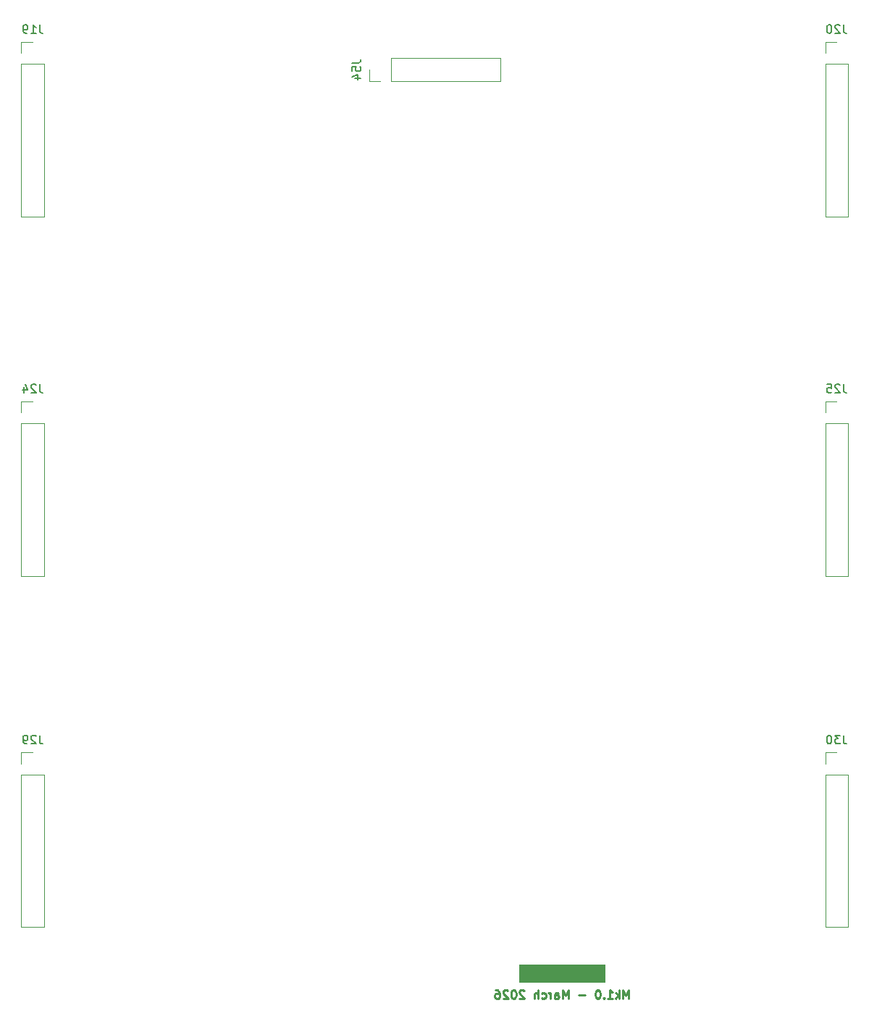
<source format=gbo>
%TF.GenerationSoftware,KiCad,Pcbnew,9.0.7*%
%TF.CreationDate,2026-02-21T19:23:01+01:00*%
%TF.ProjectId,DMH_VCLFO_v2_PCB_Controls,444d485f-5643-44c4-964f-5f76325f5043,1*%
%TF.SameCoordinates,Original*%
%TF.FileFunction,Legend,Bot*%
%TF.FilePolarity,Positive*%
%FSLAX46Y46*%
G04 Gerber Fmt 4.6, Leading zero omitted, Abs format (unit mm)*
G04 Created by KiCad (PCBNEW 9.0.7) date 2026-02-21 19:23:01*
%MOMM*%
%LPD*%
G01*
G04 APERTURE LIST*
%ADD10C,0.100000*%
%ADD11C,0.250000*%
%ADD12C,0.150000*%
%ADD13C,0.120000*%
%ADD14C,1.600000*%
%ADD15C,2.800000*%
%ADD16R,1.800000X1.800000*%
%ADD17C,1.800000*%
%ADD18R,1.500000X1.500000*%
%ADD19C,1.500000*%
%ADD20O,2.720000X3.240000*%
%ADD21C,1.440000*%
%ADD22R,1.700000X1.700000*%
%ADD23C,1.700000*%
G04 APERTURE END LIST*
D10*
X109900000Y-158500000D02*
X119900000Y-158500000D01*
X119900000Y-160500000D01*
X109900000Y-160500000D01*
X109900000Y-158500000D01*
G36*
X109900000Y-158500000D02*
G01*
X119900000Y-158500000D01*
X119900000Y-160500000D01*
X109900000Y-160500000D01*
X109900000Y-158500000D01*
G37*
D11*
X122709523Y-162449619D02*
X122709523Y-161449619D01*
X122709523Y-161449619D02*
X122376190Y-162163904D01*
X122376190Y-162163904D02*
X122042857Y-161449619D01*
X122042857Y-161449619D02*
X122042857Y-162449619D01*
X121566666Y-162449619D02*
X121566666Y-161449619D01*
X121471428Y-162068666D02*
X121185714Y-162449619D01*
X121185714Y-161782952D02*
X121566666Y-162163904D01*
X120233333Y-162449619D02*
X120804761Y-162449619D01*
X120519047Y-162449619D02*
X120519047Y-161449619D01*
X120519047Y-161449619D02*
X120614285Y-161592476D01*
X120614285Y-161592476D02*
X120709523Y-161687714D01*
X120709523Y-161687714D02*
X120804761Y-161735333D01*
X119804761Y-162354380D02*
X119757142Y-162402000D01*
X119757142Y-162402000D02*
X119804761Y-162449619D01*
X119804761Y-162449619D02*
X119852380Y-162402000D01*
X119852380Y-162402000D02*
X119804761Y-162354380D01*
X119804761Y-162354380D02*
X119804761Y-162449619D01*
X119138095Y-161449619D02*
X119042857Y-161449619D01*
X119042857Y-161449619D02*
X118947619Y-161497238D01*
X118947619Y-161497238D02*
X118900000Y-161544857D01*
X118900000Y-161544857D02*
X118852381Y-161640095D01*
X118852381Y-161640095D02*
X118804762Y-161830571D01*
X118804762Y-161830571D02*
X118804762Y-162068666D01*
X118804762Y-162068666D02*
X118852381Y-162259142D01*
X118852381Y-162259142D02*
X118900000Y-162354380D01*
X118900000Y-162354380D02*
X118947619Y-162402000D01*
X118947619Y-162402000D02*
X119042857Y-162449619D01*
X119042857Y-162449619D02*
X119138095Y-162449619D01*
X119138095Y-162449619D02*
X119233333Y-162402000D01*
X119233333Y-162402000D02*
X119280952Y-162354380D01*
X119280952Y-162354380D02*
X119328571Y-162259142D01*
X119328571Y-162259142D02*
X119376190Y-162068666D01*
X119376190Y-162068666D02*
X119376190Y-161830571D01*
X119376190Y-161830571D02*
X119328571Y-161640095D01*
X119328571Y-161640095D02*
X119280952Y-161544857D01*
X119280952Y-161544857D02*
X119233333Y-161497238D01*
X119233333Y-161497238D02*
X119138095Y-161449619D01*
X117614285Y-162068666D02*
X116852381Y-162068666D01*
X115614285Y-162449619D02*
X115614285Y-161449619D01*
X115614285Y-161449619D02*
X115280952Y-162163904D01*
X115280952Y-162163904D02*
X114947619Y-161449619D01*
X114947619Y-161449619D02*
X114947619Y-162449619D01*
X114042857Y-162449619D02*
X114042857Y-161925809D01*
X114042857Y-161925809D02*
X114090476Y-161830571D01*
X114090476Y-161830571D02*
X114185714Y-161782952D01*
X114185714Y-161782952D02*
X114376190Y-161782952D01*
X114376190Y-161782952D02*
X114471428Y-161830571D01*
X114042857Y-162402000D02*
X114138095Y-162449619D01*
X114138095Y-162449619D02*
X114376190Y-162449619D01*
X114376190Y-162449619D02*
X114471428Y-162402000D01*
X114471428Y-162402000D02*
X114519047Y-162306761D01*
X114519047Y-162306761D02*
X114519047Y-162211523D01*
X114519047Y-162211523D02*
X114471428Y-162116285D01*
X114471428Y-162116285D02*
X114376190Y-162068666D01*
X114376190Y-162068666D02*
X114138095Y-162068666D01*
X114138095Y-162068666D02*
X114042857Y-162021047D01*
X113566666Y-162449619D02*
X113566666Y-161782952D01*
X113566666Y-161973428D02*
X113519047Y-161878190D01*
X113519047Y-161878190D02*
X113471428Y-161830571D01*
X113471428Y-161830571D02*
X113376190Y-161782952D01*
X113376190Y-161782952D02*
X113280952Y-161782952D01*
X112519047Y-162402000D02*
X112614285Y-162449619D01*
X112614285Y-162449619D02*
X112804761Y-162449619D01*
X112804761Y-162449619D02*
X112899999Y-162402000D01*
X112899999Y-162402000D02*
X112947618Y-162354380D01*
X112947618Y-162354380D02*
X112995237Y-162259142D01*
X112995237Y-162259142D02*
X112995237Y-161973428D01*
X112995237Y-161973428D02*
X112947618Y-161878190D01*
X112947618Y-161878190D02*
X112899999Y-161830571D01*
X112899999Y-161830571D02*
X112804761Y-161782952D01*
X112804761Y-161782952D02*
X112614285Y-161782952D01*
X112614285Y-161782952D02*
X112519047Y-161830571D01*
X112090475Y-162449619D02*
X112090475Y-161449619D01*
X111661904Y-162449619D02*
X111661904Y-161925809D01*
X111661904Y-161925809D02*
X111709523Y-161830571D01*
X111709523Y-161830571D02*
X111804761Y-161782952D01*
X111804761Y-161782952D02*
X111947618Y-161782952D01*
X111947618Y-161782952D02*
X112042856Y-161830571D01*
X112042856Y-161830571D02*
X112090475Y-161878190D01*
X110471427Y-161544857D02*
X110423808Y-161497238D01*
X110423808Y-161497238D02*
X110328570Y-161449619D01*
X110328570Y-161449619D02*
X110090475Y-161449619D01*
X110090475Y-161449619D02*
X109995237Y-161497238D01*
X109995237Y-161497238D02*
X109947618Y-161544857D01*
X109947618Y-161544857D02*
X109899999Y-161640095D01*
X109899999Y-161640095D02*
X109899999Y-161735333D01*
X109899999Y-161735333D02*
X109947618Y-161878190D01*
X109947618Y-161878190D02*
X110519046Y-162449619D01*
X110519046Y-162449619D02*
X109899999Y-162449619D01*
X109280951Y-161449619D02*
X109185713Y-161449619D01*
X109185713Y-161449619D02*
X109090475Y-161497238D01*
X109090475Y-161497238D02*
X109042856Y-161544857D01*
X109042856Y-161544857D02*
X108995237Y-161640095D01*
X108995237Y-161640095D02*
X108947618Y-161830571D01*
X108947618Y-161830571D02*
X108947618Y-162068666D01*
X108947618Y-162068666D02*
X108995237Y-162259142D01*
X108995237Y-162259142D02*
X109042856Y-162354380D01*
X109042856Y-162354380D02*
X109090475Y-162402000D01*
X109090475Y-162402000D02*
X109185713Y-162449619D01*
X109185713Y-162449619D02*
X109280951Y-162449619D01*
X109280951Y-162449619D02*
X109376189Y-162402000D01*
X109376189Y-162402000D02*
X109423808Y-162354380D01*
X109423808Y-162354380D02*
X109471427Y-162259142D01*
X109471427Y-162259142D02*
X109519046Y-162068666D01*
X109519046Y-162068666D02*
X109519046Y-161830571D01*
X109519046Y-161830571D02*
X109471427Y-161640095D01*
X109471427Y-161640095D02*
X109423808Y-161544857D01*
X109423808Y-161544857D02*
X109376189Y-161497238D01*
X109376189Y-161497238D02*
X109280951Y-161449619D01*
X108566665Y-161544857D02*
X108519046Y-161497238D01*
X108519046Y-161497238D02*
X108423808Y-161449619D01*
X108423808Y-161449619D02*
X108185713Y-161449619D01*
X108185713Y-161449619D02*
X108090475Y-161497238D01*
X108090475Y-161497238D02*
X108042856Y-161544857D01*
X108042856Y-161544857D02*
X107995237Y-161640095D01*
X107995237Y-161640095D02*
X107995237Y-161735333D01*
X107995237Y-161735333D02*
X108042856Y-161878190D01*
X108042856Y-161878190D02*
X108614284Y-162449619D01*
X108614284Y-162449619D02*
X107995237Y-162449619D01*
X107138094Y-161449619D02*
X107328570Y-161449619D01*
X107328570Y-161449619D02*
X107423808Y-161497238D01*
X107423808Y-161497238D02*
X107471427Y-161544857D01*
X107471427Y-161544857D02*
X107566665Y-161687714D01*
X107566665Y-161687714D02*
X107614284Y-161878190D01*
X107614284Y-161878190D02*
X107614284Y-162259142D01*
X107614284Y-162259142D02*
X107566665Y-162354380D01*
X107566665Y-162354380D02*
X107519046Y-162402000D01*
X107519046Y-162402000D02*
X107423808Y-162449619D01*
X107423808Y-162449619D02*
X107233332Y-162449619D01*
X107233332Y-162449619D02*
X107138094Y-162402000D01*
X107138094Y-162402000D02*
X107090475Y-162354380D01*
X107090475Y-162354380D02*
X107042856Y-162259142D01*
X107042856Y-162259142D02*
X107042856Y-162021047D01*
X107042856Y-162021047D02*
X107090475Y-161925809D01*
X107090475Y-161925809D02*
X107138094Y-161878190D01*
X107138094Y-161878190D02*
X107233332Y-161830571D01*
X107233332Y-161830571D02*
X107423808Y-161830571D01*
X107423808Y-161830571D02*
X107519046Y-161878190D01*
X107519046Y-161878190D02*
X107566665Y-161925809D01*
X107566665Y-161925809D02*
X107614284Y-162021047D01*
D12*
X53809523Y-48684819D02*
X53809523Y-49399104D01*
X53809523Y-49399104D02*
X53857142Y-49541961D01*
X53857142Y-49541961D02*
X53952380Y-49637200D01*
X53952380Y-49637200D02*
X54095237Y-49684819D01*
X54095237Y-49684819D02*
X54190475Y-49684819D01*
X52809523Y-49684819D02*
X53380951Y-49684819D01*
X53095237Y-49684819D02*
X53095237Y-48684819D01*
X53095237Y-48684819D02*
X53190475Y-48827676D01*
X53190475Y-48827676D02*
X53285713Y-48922914D01*
X53285713Y-48922914D02*
X53380951Y-48970533D01*
X52333332Y-49684819D02*
X52142856Y-49684819D01*
X52142856Y-49684819D02*
X52047618Y-49637200D01*
X52047618Y-49637200D02*
X51999999Y-49589580D01*
X51999999Y-49589580D02*
X51904761Y-49446723D01*
X51904761Y-49446723D02*
X51857142Y-49256247D01*
X51857142Y-49256247D02*
X51857142Y-48875295D01*
X51857142Y-48875295D02*
X51904761Y-48780057D01*
X51904761Y-48780057D02*
X51952380Y-48732438D01*
X51952380Y-48732438D02*
X52047618Y-48684819D01*
X52047618Y-48684819D02*
X52238094Y-48684819D01*
X52238094Y-48684819D02*
X52333332Y-48732438D01*
X52333332Y-48732438D02*
X52380951Y-48780057D01*
X52380951Y-48780057D02*
X52428570Y-48875295D01*
X52428570Y-48875295D02*
X52428570Y-49113390D01*
X52428570Y-49113390D02*
X52380951Y-49208628D01*
X52380951Y-49208628D02*
X52333332Y-49256247D01*
X52333332Y-49256247D02*
X52238094Y-49303866D01*
X52238094Y-49303866D02*
X52047618Y-49303866D01*
X52047618Y-49303866D02*
X51952380Y-49256247D01*
X51952380Y-49256247D02*
X51904761Y-49208628D01*
X51904761Y-49208628D02*
X51857142Y-49113390D01*
X53809523Y-131684819D02*
X53809523Y-132399104D01*
X53809523Y-132399104D02*
X53857142Y-132541961D01*
X53857142Y-132541961D02*
X53952380Y-132637200D01*
X53952380Y-132637200D02*
X54095237Y-132684819D01*
X54095237Y-132684819D02*
X54190475Y-132684819D01*
X53380951Y-131780057D02*
X53333332Y-131732438D01*
X53333332Y-131732438D02*
X53238094Y-131684819D01*
X53238094Y-131684819D02*
X52999999Y-131684819D01*
X52999999Y-131684819D02*
X52904761Y-131732438D01*
X52904761Y-131732438D02*
X52857142Y-131780057D01*
X52857142Y-131780057D02*
X52809523Y-131875295D01*
X52809523Y-131875295D02*
X52809523Y-131970533D01*
X52809523Y-131970533D02*
X52857142Y-132113390D01*
X52857142Y-132113390D02*
X53428570Y-132684819D01*
X53428570Y-132684819D02*
X52809523Y-132684819D01*
X52333332Y-132684819D02*
X52142856Y-132684819D01*
X52142856Y-132684819D02*
X52047618Y-132637200D01*
X52047618Y-132637200D02*
X51999999Y-132589580D01*
X51999999Y-132589580D02*
X51904761Y-132446723D01*
X51904761Y-132446723D02*
X51857142Y-132256247D01*
X51857142Y-132256247D02*
X51857142Y-131875295D01*
X51857142Y-131875295D02*
X51904761Y-131780057D01*
X51904761Y-131780057D02*
X51952380Y-131732438D01*
X51952380Y-131732438D02*
X52047618Y-131684819D01*
X52047618Y-131684819D02*
X52238094Y-131684819D01*
X52238094Y-131684819D02*
X52333332Y-131732438D01*
X52333332Y-131732438D02*
X52380951Y-131780057D01*
X52380951Y-131780057D02*
X52428570Y-131875295D01*
X52428570Y-131875295D02*
X52428570Y-132113390D01*
X52428570Y-132113390D02*
X52380951Y-132208628D01*
X52380951Y-132208628D02*
X52333332Y-132256247D01*
X52333332Y-132256247D02*
X52238094Y-132303866D01*
X52238094Y-132303866D02*
X52047618Y-132303866D01*
X52047618Y-132303866D02*
X51952380Y-132256247D01*
X51952380Y-132256247D02*
X51904761Y-132208628D01*
X51904761Y-132208628D02*
X51857142Y-132113390D01*
X53809523Y-90684819D02*
X53809523Y-91399104D01*
X53809523Y-91399104D02*
X53857142Y-91541961D01*
X53857142Y-91541961D02*
X53952380Y-91637200D01*
X53952380Y-91637200D02*
X54095237Y-91684819D01*
X54095237Y-91684819D02*
X54190475Y-91684819D01*
X53380951Y-90780057D02*
X53333332Y-90732438D01*
X53333332Y-90732438D02*
X53238094Y-90684819D01*
X53238094Y-90684819D02*
X52999999Y-90684819D01*
X52999999Y-90684819D02*
X52904761Y-90732438D01*
X52904761Y-90732438D02*
X52857142Y-90780057D01*
X52857142Y-90780057D02*
X52809523Y-90875295D01*
X52809523Y-90875295D02*
X52809523Y-90970533D01*
X52809523Y-90970533D02*
X52857142Y-91113390D01*
X52857142Y-91113390D02*
X53428570Y-91684819D01*
X53428570Y-91684819D02*
X52809523Y-91684819D01*
X51952380Y-91018152D02*
X51952380Y-91684819D01*
X52190475Y-90637200D02*
X52428570Y-91351485D01*
X52428570Y-91351485D02*
X51809523Y-91351485D01*
X90359819Y-53115476D02*
X91074104Y-53115476D01*
X91074104Y-53115476D02*
X91216961Y-53067857D01*
X91216961Y-53067857D02*
X91312200Y-52972619D01*
X91312200Y-52972619D02*
X91359819Y-52829762D01*
X91359819Y-52829762D02*
X91359819Y-52734524D01*
X90359819Y-54067857D02*
X90359819Y-53591667D01*
X90359819Y-53591667D02*
X90836009Y-53544048D01*
X90836009Y-53544048D02*
X90788390Y-53591667D01*
X90788390Y-53591667D02*
X90740771Y-53686905D01*
X90740771Y-53686905D02*
X90740771Y-53925000D01*
X90740771Y-53925000D02*
X90788390Y-54020238D01*
X90788390Y-54020238D02*
X90836009Y-54067857D01*
X90836009Y-54067857D02*
X90931247Y-54115476D01*
X90931247Y-54115476D02*
X91169342Y-54115476D01*
X91169342Y-54115476D02*
X91264580Y-54067857D01*
X91264580Y-54067857D02*
X91312200Y-54020238D01*
X91312200Y-54020238D02*
X91359819Y-53925000D01*
X91359819Y-53925000D02*
X91359819Y-53686905D01*
X91359819Y-53686905D02*
X91312200Y-53591667D01*
X91312200Y-53591667D02*
X91264580Y-53544048D01*
X90693152Y-54972619D02*
X91359819Y-54972619D01*
X90312200Y-54734524D02*
X91026485Y-54496429D01*
X91026485Y-54496429D02*
X91026485Y-55115476D01*
X147809523Y-48684819D02*
X147809523Y-49399104D01*
X147809523Y-49399104D02*
X147857142Y-49541961D01*
X147857142Y-49541961D02*
X147952380Y-49637200D01*
X147952380Y-49637200D02*
X148095237Y-49684819D01*
X148095237Y-49684819D02*
X148190475Y-49684819D01*
X147380951Y-48780057D02*
X147333332Y-48732438D01*
X147333332Y-48732438D02*
X147238094Y-48684819D01*
X147238094Y-48684819D02*
X146999999Y-48684819D01*
X146999999Y-48684819D02*
X146904761Y-48732438D01*
X146904761Y-48732438D02*
X146857142Y-48780057D01*
X146857142Y-48780057D02*
X146809523Y-48875295D01*
X146809523Y-48875295D02*
X146809523Y-48970533D01*
X146809523Y-48970533D02*
X146857142Y-49113390D01*
X146857142Y-49113390D02*
X147428570Y-49684819D01*
X147428570Y-49684819D02*
X146809523Y-49684819D01*
X146190475Y-48684819D02*
X146095237Y-48684819D01*
X146095237Y-48684819D02*
X145999999Y-48732438D01*
X145999999Y-48732438D02*
X145952380Y-48780057D01*
X145952380Y-48780057D02*
X145904761Y-48875295D01*
X145904761Y-48875295D02*
X145857142Y-49065771D01*
X145857142Y-49065771D02*
X145857142Y-49303866D01*
X145857142Y-49303866D02*
X145904761Y-49494342D01*
X145904761Y-49494342D02*
X145952380Y-49589580D01*
X145952380Y-49589580D02*
X145999999Y-49637200D01*
X145999999Y-49637200D02*
X146095237Y-49684819D01*
X146095237Y-49684819D02*
X146190475Y-49684819D01*
X146190475Y-49684819D02*
X146285713Y-49637200D01*
X146285713Y-49637200D02*
X146333332Y-49589580D01*
X146333332Y-49589580D02*
X146380951Y-49494342D01*
X146380951Y-49494342D02*
X146428570Y-49303866D01*
X146428570Y-49303866D02*
X146428570Y-49065771D01*
X146428570Y-49065771D02*
X146380951Y-48875295D01*
X146380951Y-48875295D02*
X146333332Y-48780057D01*
X146333332Y-48780057D02*
X146285713Y-48732438D01*
X146285713Y-48732438D02*
X146190475Y-48684819D01*
X147809523Y-90684819D02*
X147809523Y-91399104D01*
X147809523Y-91399104D02*
X147857142Y-91541961D01*
X147857142Y-91541961D02*
X147952380Y-91637200D01*
X147952380Y-91637200D02*
X148095237Y-91684819D01*
X148095237Y-91684819D02*
X148190475Y-91684819D01*
X147380951Y-90780057D02*
X147333332Y-90732438D01*
X147333332Y-90732438D02*
X147238094Y-90684819D01*
X147238094Y-90684819D02*
X146999999Y-90684819D01*
X146999999Y-90684819D02*
X146904761Y-90732438D01*
X146904761Y-90732438D02*
X146857142Y-90780057D01*
X146857142Y-90780057D02*
X146809523Y-90875295D01*
X146809523Y-90875295D02*
X146809523Y-90970533D01*
X146809523Y-90970533D02*
X146857142Y-91113390D01*
X146857142Y-91113390D02*
X147428570Y-91684819D01*
X147428570Y-91684819D02*
X146809523Y-91684819D01*
X145904761Y-90684819D02*
X146380951Y-90684819D01*
X146380951Y-90684819D02*
X146428570Y-91161009D01*
X146428570Y-91161009D02*
X146380951Y-91113390D01*
X146380951Y-91113390D02*
X146285713Y-91065771D01*
X146285713Y-91065771D02*
X146047618Y-91065771D01*
X146047618Y-91065771D02*
X145952380Y-91113390D01*
X145952380Y-91113390D02*
X145904761Y-91161009D01*
X145904761Y-91161009D02*
X145857142Y-91256247D01*
X145857142Y-91256247D02*
X145857142Y-91494342D01*
X145857142Y-91494342D02*
X145904761Y-91589580D01*
X145904761Y-91589580D02*
X145952380Y-91637200D01*
X145952380Y-91637200D02*
X146047618Y-91684819D01*
X146047618Y-91684819D02*
X146285713Y-91684819D01*
X146285713Y-91684819D02*
X146380951Y-91637200D01*
X146380951Y-91637200D02*
X146428570Y-91589580D01*
X147809523Y-131684819D02*
X147809523Y-132399104D01*
X147809523Y-132399104D02*
X147857142Y-132541961D01*
X147857142Y-132541961D02*
X147952380Y-132637200D01*
X147952380Y-132637200D02*
X148095237Y-132684819D01*
X148095237Y-132684819D02*
X148190475Y-132684819D01*
X147428570Y-131684819D02*
X146809523Y-131684819D01*
X146809523Y-131684819D02*
X147142856Y-132065771D01*
X147142856Y-132065771D02*
X146999999Y-132065771D01*
X146999999Y-132065771D02*
X146904761Y-132113390D01*
X146904761Y-132113390D02*
X146857142Y-132161009D01*
X146857142Y-132161009D02*
X146809523Y-132256247D01*
X146809523Y-132256247D02*
X146809523Y-132494342D01*
X146809523Y-132494342D02*
X146857142Y-132589580D01*
X146857142Y-132589580D02*
X146904761Y-132637200D01*
X146904761Y-132637200D02*
X146999999Y-132684819D01*
X146999999Y-132684819D02*
X147285713Y-132684819D01*
X147285713Y-132684819D02*
X147380951Y-132637200D01*
X147380951Y-132637200D02*
X147428570Y-132589580D01*
X146190475Y-131684819D02*
X146095237Y-131684819D01*
X146095237Y-131684819D02*
X145999999Y-131732438D01*
X145999999Y-131732438D02*
X145952380Y-131780057D01*
X145952380Y-131780057D02*
X145904761Y-131875295D01*
X145904761Y-131875295D02*
X145857142Y-132065771D01*
X145857142Y-132065771D02*
X145857142Y-132303866D01*
X145857142Y-132303866D02*
X145904761Y-132494342D01*
X145904761Y-132494342D02*
X145952380Y-132589580D01*
X145952380Y-132589580D02*
X145999999Y-132637200D01*
X145999999Y-132637200D02*
X146095237Y-132684819D01*
X146095237Y-132684819D02*
X146190475Y-132684819D01*
X146190475Y-132684819D02*
X146285713Y-132637200D01*
X146285713Y-132637200D02*
X146333332Y-132589580D01*
X146333332Y-132589580D02*
X146380951Y-132494342D01*
X146380951Y-132494342D02*
X146428570Y-132303866D01*
X146428570Y-132303866D02*
X146428570Y-132065771D01*
X146428570Y-132065771D02*
X146380951Y-131875295D01*
X146380951Y-131875295D02*
X146333332Y-131780057D01*
X146333332Y-131780057D02*
X146285713Y-131732438D01*
X146285713Y-131732438D02*
X146190475Y-131684819D01*
D13*
%TO.C,J19*%
X51670000Y-50670000D02*
X51670000Y-52000000D01*
X51670000Y-53270000D02*
X51670000Y-71110000D01*
X53000000Y-50670000D02*
X51670000Y-50670000D01*
X54330000Y-53270000D02*
X51670000Y-53270000D01*
X54330000Y-53270000D02*
X54330000Y-71110000D01*
X54330000Y-71110000D02*
X51670000Y-71110000D01*
%TO.C,J29*%
X51670000Y-133670000D02*
X51670000Y-135000000D01*
X51670000Y-136270000D02*
X51670000Y-154110000D01*
X53000000Y-133670000D02*
X51670000Y-133670000D01*
X54330000Y-136270000D02*
X51670000Y-136270000D01*
X54330000Y-136270000D02*
X54330000Y-154110000D01*
X54330000Y-154110000D02*
X51670000Y-154110000D01*
%TO.C,J24*%
X51670000Y-92670000D02*
X51670000Y-94000000D01*
X51670000Y-95270000D02*
X51670000Y-113110000D01*
X53000000Y-92670000D02*
X51670000Y-92670000D01*
X54330000Y-95270000D02*
X51670000Y-95270000D01*
X54330000Y-95270000D02*
X54330000Y-113110000D01*
X54330000Y-113110000D02*
X51670000Y-113110000D01*
%TO.C,J54*%
X92345000Y-53925000D02*
X92345000Y-55255000D01*
X92345000Y-55255000D02*
X93675000Y-55255000D01*
X94945000Y-52595000D02*
X94945000Y-55255000D01*
X94945000Y-52595000D02*
X107705000Y-52595000D01*
X94945000Y-55255000D02*
X107705000Y-55255000D01*
X107705000Y-52595000D02*
X107705000Y-55255000D01*
%TO.C,J20*%
X145670000Y-50670000D02*
X145670000Y-52000000D01*
X145670000Y-53270000D02*
X145670000Y-71110000D01*
X147000000Y-50670000D02*
X145670000Y-50670000D01*
X148330000Y-53270000D02*
X145670000Y-53270000D01*
X148330000Y-53270000D02*
X148330000Y-71110000D01*
X148330000Y-71110000D02*
X145670000Y-71110000D01*
%TO.C,J25*%
X145670000Y-92670000D02*
X145670000Y-94000000D01*
X145670000Y-95270000D02*
X145670000Y-113110000D01*
X147000000Y-92670000D02*
X145670000Y-92670000D01*
X148330000Y-95270000D02*
X145670000Y-95270000D01*
X148330000Y-95270000D02*
X148330000Y-113110000D01*
X148330000Y-113110000D02*
X145670000Y-113110000D01*
%TO.C,J30*%
X145670000Y-133670000D02*
X145670000Y-135000000D01*
X145670000Y-136270000D02*
X145670000Y-154110000D01*
X147000000Y-133670000D02*
X145670000Y-133670000D01*
X148330000Y-136270000D02*
X145670000Y-136270000D01*
X148330000Y-136270000D02*
X148330000Y-154110000D01*
X148330000Y-154110000D02*
X145670000Y-154110000D01*
%TD*%
%LPC*%
D14*
%TO.C,R28*%
X96290000Y-119000000D03*
X103910000Y-119000000D03*
%TD*%
%TO.C,R9*%
X66590000Y-45900000D03*
X74210000Y-45900000D03*
%TD*%
D15*
%TO.C,SW2*%
X124750000Y-56450000D03*
X124750000Y-51750000D03*
X124750000Y-47050000D03*
%TD*%
D16*
%TO.C,D3*%
X80480000Y-114000000D03*
D17*
X83020000Y-114000000D03*
%TD*%
D14*
%TO.C,R49*%
X78390000Y-133700000D03*
X86010000Y-133700000D03*
%TD*%
%TO.C,R32*%
X78390000Y-92400000D03*
X86010000Y-92400000D03*
%TD*%
%TO.C,R29*%
X66590000Y-92300000D03*
X74210000Y-92300000D03*
%TD*%
%TO.C,R16*%
X78390000Y-45900000D03*
X86010000Y-45900000D03*
%TD*%
D16*
%TO.C,D1*%
X80480000Y-72500000D03*
D17*
X83020000Y-72500000D03*
%TD*%
D16*
%TO.C,D5*%
X80480000Y-155500000D03*
D17*
X83020000Y-155500000D03*
%TD*%
D15*
%TO.C,SW10*%
X124750000Y-139450000D03*
X124750000Y-134750000D03*
X124750000Y-130050000D03*
%TD*%
D18*
%TO.C,Q5*%
X87200000Y-151990000D03*
D19*
X87200000Y-149450000D03*
X87200000Y-146910000D03*
%TD*%
D14*
%TO.C,R31*%
X78390000Y-97200000D03*
X86010000Y-97200000D03*
%TD*%
%TO.C,R15*%
X78390000Y-50800000D03*
X86010000Y-50800000D03*
%TD*%
%TO.C,R13*%
X78390000Y-60800000D03*
X86010000Y-60800000D03*
%TD*%
D16*
%TO.C,D4*%
X80480000Y-119000000D03*
D17*
X83020000Y-119000000D03*
%TD*%
D20*
%TO.C,RV2*%
X95200000Y-60750000D03*
X104800000Y-60750000D03*
D16*
X97500000Y-68250000D03*
D17*
X100000000Y-68250000D03*
X102500000Y-68250000D03*
%TD*%
D15*
%TO.C,SW8*%
X141250000Y-116450000D03*
X141250000Y-111750000D03*
X141250000Y-107050000D03*
%TD*%
D21*
%TO.C,RV3*%
X57200000Y-45900000D03*
X59740000Y-45900000D03*
X62280000Y-45900000D03*
%TD*%
D20*
%TO.C,RV9*%
X62200000Y-143750000D03*
X71800000Y-143750000D03*
D16*
X64500000Y-151250000D03*
D17*
X67000000Y-151250000D03*
X69500000Y-151250000D03*
%TD*%
D20*
%TO.C,RV6*%
X95200000Y-102250000D03*
X104800000Y-102250000D03*
D16*
X97500000Y-109750000D03*
D17*
X100000000Y-109750000D03*
X102500000Y-109750000D03*
%TD*%
D14*
%TO.C,R48*%
X78390000Y-138500000D03*
X86010000Y-138500000D03*
%TD*%
%TO.C,R46*%
X66590000Y-133700000D03*
X74210000Y-133700000D03*
%TD*%
D15*
%TO.C,SW5*%
X124750000Y-116450000D03*
X124750000Y-111750000D03*
X124750000Y-107050000D03*
%TD*%
D16*
%TO.C,D6*%
X80480000Y-160500000D03*
D17*
X83020000Y-160500000D03*
%TD*%
D15*
%TO.C,SW4*%
X141250000Y-74950000D03*
X141250000Y-70250000D03*
X141250000Y-65550000D03*
%TD*%
%TO.C,SW12*%
X141250000Y-157950000D03*
X141250000Y-153250000D03*
X141250000Y-148550000D03*
%TD*%
D14*
%TO.C,R33*%
X78290000Y-87600000D03*
X85910000Y-87600000D03*
%TD*%
D16*
%TO.C,D2*%
X80480000Y-77500000D03*
D17*
X83020000Y-77500000D03*
%TD*%
D15*
%TO.C,SW9*%
X124750000Y-157950000D03*
X124750000Y-153250000D03*
X124750000Y-148550000D03*
%TD*%
%TO.C,SW7*%
X141250000Y-97950000D03*
X141250000Y-93250000D03*
X141250000Y-88550000D03*
%TD*%
D14*
%TO.C,R26*%
X66590000Y-87500000D03*
X74210000Y-87500000D03*
%TD*%
D21*
%TO.C,RV7*%
X57200000Y-87400000D03*
X59740000Y-87400000D03*
X62280000Y-87400000D03*
%TD*%
%TO.C,RV4*%
X57200000Y-76900000D03*
X59740000Y-76900000D03*
X62280000Y-76900000D03*
%TD*%
D14*
%TO.C,R50*%
X78390000Y-128900000D03*
X86010000Y-128900000D03*
%TD*%
D15*
%TO.C,SW11*%
X141250000Y-139450000D03*
X141250000Y-134750000D03*
X141250000Y-130050000D03*
%TD*%
D18*
%TO.C,Q3*%
X87200000Y-110550000D03*
D19*
X87200000Y-108010000D03*
X87200000Y-105470000D03*
%TD*%
D18*
%TO.C,Q6*%
X87200000Y-159690000D03*
D19*
X87200000Y-157150000D03*
X87200000Y-154610000D03*
%TD*%
D14*
%TO.C,R12*%
X66690000Y-50800000D03*
X74310000Y-50800000D03*
%TD*%
D21*
%TO.C,RV12*%
X57200000Y-159900000D03*
X59740000Y-159900000D03*
X62280000Y-159900000D03*
%TD*%
D18*
%TO.C,Q2*%
X87200000Y-76750000D03*
D19*
X87200000Y-74210000D03*
X87200000Y-71670000D03*
%TD*%
D14*
%TO.C,R47*%
X78390000Y-143300000D03*
X86010000Y-143300000D03*
%TD*%
D21*
%TO.C,RV8*%
X57200000Y-118400000D03*
X59740000Y-118400000D03*
X62280000Y-118400000D03*
%TD*%
D14*
%TO.C,R14*%
X78390000Y-55800000D03*
X86010000Y-55800000D03*
%TD*%
%TO.C,R45*%
X96190000Y-160400000D03*
X103810000Y-160400000D03*
%TD*%
D20*
%TO.C,RV10*%
X95200000Y-143750000D03*
X104800000Y-143750000D03*
D16*
X97500000Y-151250000D03*
D17*
X100000000Y-151250000D03*
X102500000Y-151250000D03*
%TD*%
D18*
%TO.C,Q1*%
X87200000Y-69050000D03*
D19*
X87200000Y-66510000D03*
X87200000Y-63970000D03*
%TD*%
D14*
%TO.C,R24*%
X96290000Y-114200000D03*
X103910000Y-114200000D03*
%TD*%
%TO.C,R43*%
X66590000Y-128900000D03*
X74210000Y-128900000D03*
%TD*%
%TO.C,R30*%
X78390000Y-102100000D03*
X86010000Y-102100000D03*
%TD*%
D15*
%TO.C,SW3*%
X141250000Y-56450000D03*
X141250000Y-51750000D03*
X141250000Y-47050000D03*
%TD*%
D20*
%TO.C,RV1*%
X62200000Y-60750000D03*
X71800000Y-60750000D03*
D16*
X64500000Y-68250000D03*
D17*
X67000000Y-68250000D03*
X69500000Y-68250000D03*
%TD*%
D21*
%TO.C,RV11*%
X57200000Y-128900000D03*
X59740000Y-128900000D03*
X62280000Y-128900000D03*
%TD*%
D14*
%TO.C,R11*%
X96190000Y-77500000D03*
X103810000Y-77500000D03*
%TD*%
%TO.C,R41*%
X96190000Y-155700000D03*
X103810000Y-155700000D03*
%TD*%
D18*
%TO.C,Q4*%
X87200000Y-118190000D03*
D19*
X87200000Y-115650000D03*
X87200000Y-113110000D03*
%TD*%
D15*
%TO.C,SW1*%
X124750000Y-74950000D03*
X124750000Y-70250000D03*
X124750000Y-65550000D03*
%TD*%
%TO.C,SW6*%
X124750000Y-97950000D03*
X124750000Y-93250000D03*
X124750000Y-88550000D03*
%TD*%
D14*
%TO.C,R7*%
X96190000Y-72700000D03*
X103810000Y-72700000D03*
%TD*%
D20*
%TO.C,RV5*%
X62200000Y-102250000D03*
X71800000Y-102250000D03*
D16*
X64500000Y-109750000D03*
D17*
X67000000Y-109750000D03*
X69500000Y-109750000D03*
%TD*%
D22*
%TO.C,J19*%
X53000000Y-52000000D03*
D23*
X53000000Y-54540000D03*
X53000000Y-57080000D03*
X53000000Y-59620000D03*
X53000000Y-62160000D03*
X53000000Y-64700000D03*
X53000000Y-67240000D03*
X53000000Y-69780000D03*
%TD*%
D22*
%TO.C,J29*%
X53000000Y-135000000D03*
D23*
X53000000Y-137540000D03*
X53000000Y-140080000D03*
X53000000Y-142620000D03*
X53000000Y-145160000D03*
X53000000Y-147700000D03*
X53000000Y-150240000D03*
X53000000Y-152780000D03*
%TD*%
D22*
%TO.C,J24*%
X53000000Y-94000000D03*
D23*
X53000000Y-96540000D03*
X53000000Y-99080000D03*
X53000000Y-101620000D03*
X53000000Y-104160000D03*
X53000000Y-106700000D03*
X53000000Y-109240000D03*
X53000000Y-111780000D03*
%TD*%
D22*
%TO.C,J54*%
X93675000Y-53925000D03*
D23*
X96215000Y-53925000D03*
X98755000Y-53925000D03*
X101295000Y-53925000D03*
X103835000Y-53925000D03*
X106375000Y-53925000D03*
%TD*%
D22*
%TO.C,J20*%
X147000000Y-52000000D03*
D23*
X147000000Y-54540000D03*
X147000000Y-57080000D03*
X147000000Y-59620000D03*
X147000000Y-62160000D03*
X147000000Y-64700000D03*
X147000000Y-67240000D03*
X147000000Y-69780000D03*
%TD*%
D22*
%TO.C,J25*%
X147000000Y-94000000D03*
D23*
X147000000Y-96540000D03*
X147000000Y-99080000D03*
X147000000Y-101620000D03*
X147000000Y-104160000D03*
X147000000Y-106700000D03*
X147000000Y-109240000D03*
X147000000Y-111780000D03*
%TD*%
D22*
%TO.C,J30*%
X147000000Y-135000000D03*
D23*
X147000000Y-137540000D03*
X147000000Y-140080000D03*
X147000000Y-142620000D03*
X147000000Y-145160000D03*
X147000000Y-147700000D03*
X147000000Y-150240000D03*
X147000000Y-152780000D03*
%TD*%
%LPD*%
M02*

</source>
